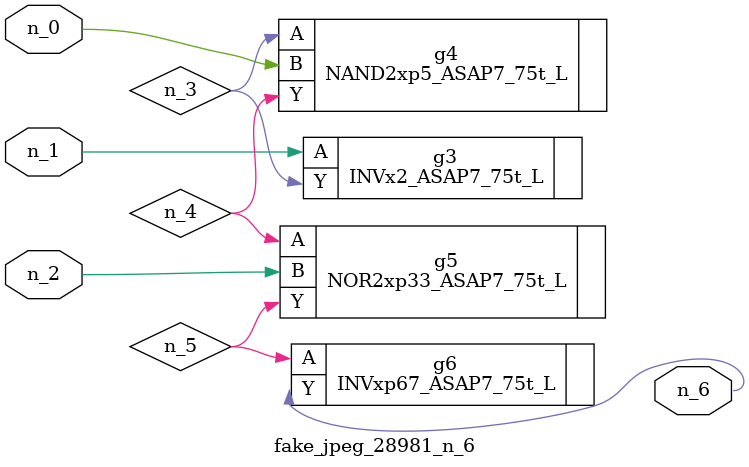
<source format=v>
module fake_jpeg_28981_n_6 (n_0, n_2, n_1, n_6);

input n_0;
input n_2;
input n_1;

output n_6;

wire n_3;
wire n_4;
wire n_5;

INVx2_ASAP7_75t_L g3 ( 
.A(n_1),
.Y(n_3)
);

NAND2xp5_ASAP7_75t_L g4 ( 
.A(n_3),
.B(n_0),
.Y(n_4)
);

NOR2xp33_ASAP7_75t_L g5 ( 
.A(n_4),
.B(n_2),
.Y(n_5)
);

INVxp67_ASAP7_75t_L g6 ( 
.A(n_5),
.Y(n_6)
);


endmodule
</source>
